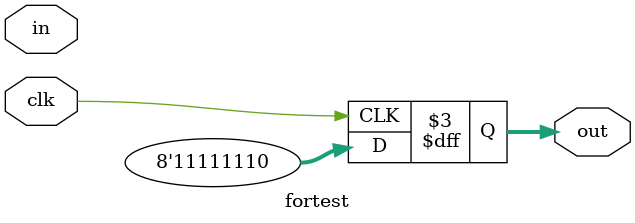
<source format=v>
`timescale 1ns / 1ps
module fortest(out,in,clk );
input in;
output [7:0] out; 
reg [7:0] out;
input clk;
integer i;
always @(posedge clk) 

begin 

	for(i=0;i<255;i=i+1)

		begin 
			out =i; 
			$display("out=%d",out);

		end  
	
	end

endmodule















</source>
